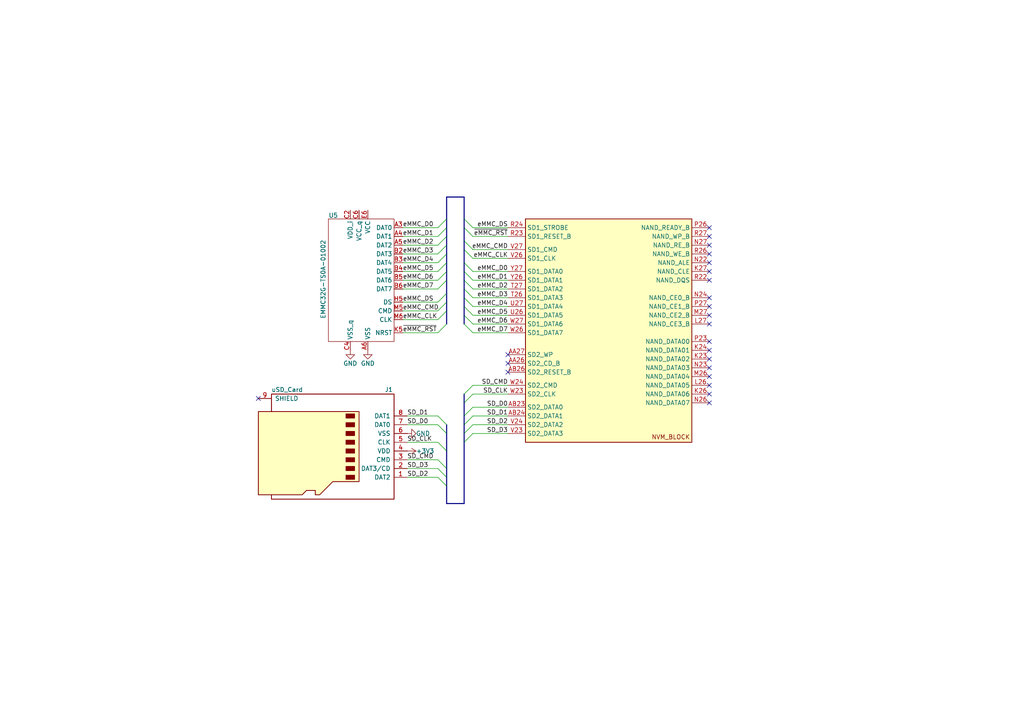
<source format=kicad_sch>
(kicad_sch (version 20250114) (generator "eeschema") (generator_version "9.0")
  (paper "A4")
  (no_connect (at 74.93 115.57))
  (no_connect (at 205.74 116.84))
  (no_connect (at 205.74 81.28))
  (no_connect (at 147.32 105.41))
  (no_connect (at 205.74 99.06))
  (no_connect (at 205.74 86.36))
  (no_connect (at 205.74 88.9))
  (no_connect (at 205.74 76.2))
  (no_connect (at 205.74 93.98))
  (no_connect (at 205.74 104.14))
  (no_connect (at 205.74 78.74))
  (no_connect (at 147.32 107.95))
  (no_connect (at 205.74 66.04))
  (no_connect (at 205.74 111.76))
  (no_connect (at 205.74 106.68))
  (no_connect (at 205.74 71.12))
  (no_connect (at 205.74 101.6))
  (no_connect (at 147.32 102.87))
  (no_connect (at 205.74 91.44))
  (no_connect (at 205.74 109.22))
  (no_connect (at 205.74 114.3))
  (no_connect (at 205.74 73.66))
  (no_connect (at 205.74 68.58))
  (bus_entry (at 137.16 96.52) (size -2.54 -2.54))
  (bus_entry (at 129.54 123.19) (size -2.54 -2.54))
  (bus_entry (at 127 92.71) (size 2.54 -2.54))
  (bus_entry (at 127 71.12) (size 2.54 -2.54))
  (bus_entry (at 134.62 114.3) (size 2.54 -2.54))
  (bus_entry (at 137.16 91.44) (size -2.54 -2.54))
  (bus_entry (at 137.16 72.39) (size -2.54 -2.54))
  (bus_entry (at 134.62 128.27) (size 2.54 -2.54))
  (bus_entry (at 129.54 135.89) (size -2.54 -2.54))
  (bus_entry (at 129.54 138.43) (size -2.54 -2.54))
  (bus_entry (at 127 87.63) (size 2.54 -2.54))
  (bus_entry (at 127 66.04) (size 2.54 -2.54))
  (bus_entry (at 137.16 78.74) (size -2.54 -2.54))
  (bus_entry (at 127 83.82) (size 2.54 -2.54))
  (bus_entry (at 134.62 120.65) (size 2.54 -2.54))
  (bus_entry (at 134.62 116.84) (size 2.54 -2.54))
  (bus_entry (at 129.54 125.73) (size -2.54 -2.54))
  (bus_entry (at 137.16 66.04) (size -2.54 -2.54))
  (bus_entry (at 137.16 86.36) (size -2.54 -2.54))
  (bus_entry (at 137.16 74.93) (size -2.54 -2.54))
  (bus_entry (at 137.16 88.9) (size -2.54 -2.54))
  (bus_entry (at 137.16 68.58) (size -2.54 -2.54))
  (bus_entry (at 134.62 125.73) (size 2.54 -2.54))
  (bus_entry (at 137.16 83.82) (size -2.54 -2.54))
  (bus_entry (at 127 96.52) (size 2.54 -2.54))
  (bus_entry (at 134.62 123.19) (size 2.54 -2.54))
  (bus_entry (at 127 73.66) (size 2.54 -2.54))
  (bus_entry (at 127 68.58) (size 2.54 -2.54))
  (bus_entry (at 137.16 93.98) (size -2.54 -2.54))
  (bus_entry (at 127 76.2) (size 2.54 -2.54))
  (bus_entry (at 127 81.28) (size 2.54 -2.54))
  (bus_entry (at 127 90.17) (size 2.54 -2.54))
  (bus_entry (at 129.54 130.81) (size -2.54 -2.54))
  (bus_entry (at 127 78.74) (size 2.54 -2.54))
  (bus_entry (at 129.54 140.97) (size -2.54 -2.54))
  (bus_entry (at 137.16 81.28) (size -2.54 -2.54))
  (wire (pts (xy 127 96.52) (xy 116.84 96.52)))
  (bus (pts (xy 134.62 72.39) (xy 134.62 69.85)))
  (wire (pts (xy 137.16 74.93) (xy 147.32 74.93)))
  (wire (pts (xy 137.16 66.04) (xy 147.32 66.04)))
  (wire (pts (xy 137.16 68.58) (xy 147.32 68.58)))
  (bus (pts (xy 134.62 125.73) (xy 134.62 128.27)))
  (bus (pts (xy 129.54 135.89) (xy 129.54 138.43)))
  (wire (pts (xy 118.11 128.27) (xy 127 128.27)))
  (bus (pts (xy 134.62 120.65) (xy 134.62 123.19)))
  (wire (pts (xy 127 83.82) (xy 116.84 83.82)))
  (wire (pts (xy 137.16 114.3) (xy 147.32 114.3)))
  (wire (pts (xy 137.16 96.52) (xy 147.32 96.52)))
  (bus (pts (xy 129.54 57.15) (xy 129.54 63.5)))
  (bus (pts (xy 134.62 114.3) (xy 134.62 116.84)))
  (wire (pts (xy 137.16 91.44) (xy 147.32 91.44)))
  (bus (pts (xy 134.62 69.85) (xy 134.62 66.04)))
  (bus (pts (xy 134.62 91.44) (xy 134.62 88.9)))
  (bus (pts (xy 129.54 76.2) (xy 129.54 78.74)))
  (wire (pts (xy 127 92.71) (xy 116.84 92.71)))
  (wire (pts (xy 127 81.28) (xy 116.84 81.28)))
  (wire (pts (xy 137.16 81.28) (xy 147.32 81.28)))
  (wire (pts (xy 137.16 111.76) (xy 147.32 111.76)))
  (bus (pts (xy 134.62 78.74) (xy 134.62 76.2)))
  (wire (pts (xy 127 76.2) (xy 116.84 76.2)))
  (wire (pts (xy 118.11 123.19) (xy 127 123.19)))
  (bus (pts (xy 134.62 88.9) (xy 134.62 86.36)))
  (wire (pts (xy 137.16 125.73) (xy 147.32 125.73)))
  (bus (pts (xy 134.62 57.15) (xy 129.54 57.15)))
  (wire (pts (xy 137.16 120.65) (xy 147.32 120.65)))
  (bus (pts (xy 134.62 83.82) (xy 134.62 81.28)))
  (bus (pts (xy 129.54 81.28) (xy 129.54 85.09)))
  (bus (pts (xy 129.54 125.73) (xy 129.54 130.81)))
  (bus (pts (xy 129.54 68.58) (xy 129.54 71.12)))
  (bus (pts (xy 134.62 81.28) (xy 134.62 78.74)))
  (bus (pts (xy 129.54 63.5) (xy 129.54 66.04)))
  (wire (pts (xy 137.16 86.36) (xy 147.32 86.36)))
  (wire (pts (xy 137.16 72.39) (xy 147.32 72.39)))
  (wire (pts (xy 127 66.04) (xy 116.84 66.04)))
  (wire (pts (xy 127 68.58) (xy 116.84 68.58)))
  (bus (pts (xy 134.62 128.27) (xy 134.62 146.05)))
  (wire (pts (xy 137.16 93.98) (xy 147.32 93.98)))
  (bus (pts (xy 134.62 123.19) (xy 134.62 125.73)))
  (wire (pts (xy 118.11 133.35) (xy 127 133.35)))
  (wire (pts (xy 137.16 83.82) (xy 147.32 83.82)))
  (wire (pts (xy 137.16 88.9) (xy 147.32 88.9)))
  (bus (pts (xy 129.54 78.74) (xy 129.54 81.28)))
  (wire (pts (xy 127 71.12) (xy 116.84 71.12)))
  (wire (pts (xy 118.11 138.43) (xy 127 138.43)))
  (bus (pts (xy 134.62 57.15) (xy 134.62 63.5)))
  (wire (pts (xy 127 73.66) (xy 116.84 73.66)))
  (bus (pts (xy 134.62 93.98) (xy 134.62 91.44)))
  (bus (pts (xy 129.54 66.04) (xy 129.54 68.58)))
  (wire (pts (xy 118.11 120.65) (xy 127 120.65)))
  (bus (pts (xy 134.62 146.05) (xy 129.54 146.05)))
  (wire (pts (xy 127 87.63) (xy 116.84 87.63)))
  (bus (pts (xy 129.54 140.97) (xy 129.54 146.05)))
  (wire (pts (xy 137.16 78.74) (xy 147.32 78.74)))
  (bus (pts (xy 129.54 123.19) (xy 129.54 125.73)))
  (bus (pts (xy 129.54 85.09) (xy 129.54 87.63)))
  (bus (pts (xy 134.62 66.04) (xy 134.62 63.5)))
  (bus (pts (xy 129.54 87.63) (xy 129.54 90.17)))
  (wire (pts (xy 137.16 118.11) (xy 147.32 118.11)))
  (wire (pts (xy 127 78.74) (xy 116.84 78.74)))
  (wire (pts (xy 118.11 135.89) (xy 127 135.89)))
  (bus (pts (xy 134.62 76.2) (xy 134.62 72.39)))
  (wire (pts (xy 127 90.17) (xy 116.84 90.17)))
  (bus (pts (xy 129.54 73.66) (xy 129.54 76.2)))
  (bus (pts (xy 129.54 130.81) (xy 129.54 135.89)))
  (bus (pts (xy 129.54 71.12) (xy 129.54 73.66)))
  (bus (pts (xy 134.62 116.84) (xy 134.62 120.65)))
  (bus (pts (xy 134.62 86.36) (xy 134.62 83.82)))
  (bus (pts (xy 129.54 138.43) (xy 129.54 140.97)))
  (bus (pts (xy 129.54 90.17) (xy 129.54 93.98)))
  (wire (pts (xy 137.16 123.19) (xy 147.32 123.19)))
  (label "eMMC_D1" (at 147.32 81.28 180))
  (label "eMMC_D2" (at 147.32 83.82 180))
  (label "eMMC_CLK" (at 116.84 92.71 0))
  (label "eMMC_D2" (at 116.84 71.12 0))
  (label "eMMC_D4" (at 147.32 88.9 180))
  (label "eMMC_DS" (at 116.84 87.63 0))
  (label "eMMC_D5" (at 147.32 91.44 180))
  (label "eMMC_D6" (at 147.32 93.98 180))
  (label "eMMC_D7" (at 147.32 96.52 180))
  (label "SD_D3" (at 118.11 135.89 0))
  (label "SD_D2" (at 147.32 123.19 180))
  (label "SD_D0" (at 118.11 123.19 0))
  (label "SD_D1" (at 147.32 120.65 180))
  (label "eMMC_D3" (at 116.84 73.66 0))
  (label "SD_CMD" (at 118.11 133.35 0))
  (label "eMMC_D7" (at 116.84 83.82 0))
  (label "~{eMMC_RST}" (at 116.84 96.52 0))
  (label "eMMC_D0" (at 147.32 78.74 180))
  (label "eMMC_CLK" (at 147.32 74.93 180))
  (label "SD_D3" (at 147.32 125.73 180))
  (label "SD_CLK" (at 147.32 114.3 180))
  (label "SD_CLK" (at 118.11 128.27 0))
  (label "eMMC_D6" (at 116.84 81.28 0))
  (label "SD_D0" (at 147.32 118.11 180))
  (label "~{eMMC_RST}" (at 147.32 68.58 180))
  (label "SD_D1" (at 118.11 120.65 0))
  (label "eMMC_D4" (at 116.84 76.2 0))
  (label "SD_D2" (at 118.11 138.43 0))
  (label "eMMC_DS" (at 147.32 66.04 180))
  (label "eMMC_CMD" (at 116.84 90.17 0))
  (label "SD_CMD" (at 147.32 111.76 180))
  (label "eMMC_D0" (at 116.84 66.04 0))
  (label "eMMC_D5" (at 116.84 78.74 0))
  (label "eMMC_D3" (at 147.32 86.36 180))
  (label "eMMC_CMD" (at 147.32 72.39 180))
  (label "eMMC_D1" (at 116.84 68.58 0))
  (symbol (lib_id "power:GND") (at 101.6 101.6 0) (mirror y) (unit 1)
    (property "Reference" "#PWR05" (effects (hide yes)))
    (property "Value" "GND" (at 101.6 105.41 0))
    (property "Description" "Power symbol creates a global label with name \"GND\" , ground" (effects (hide yes)))
  )
  (symbol (lib_id "power:+3V3") (at 118.11 130.81 270) (unit 1)
    (property "Reference" "#PWR08" (effects (hide yes)))
    (property "Value" "+3V3" (at 120.65 130.81 90) (effects (justify left)))
    (property "Description" "Power symbol creates a global label with name \"+3V3\"" (effects (hide yes)))
  )
  (symbol (lib_id "power:GND") (at 118.11 125.73 90) (mirror x) (unit 1)
    (property "Reference" "#PWR07" (effects (hide yes)))
    (property "Value" "GND" (at 122.682 125.73 90))
    (property "Description" "Power symbol creates a global label with name \"GND\" , ground" (effects (hide yes)))
  )
  (symbol (lib_id "Connector:Micro_SD_Card") (at 95.25 130.81 180) (unit 1)
    (property "Reference" "J1" (at 112.776 113.03 0))
    (property "Value" "uSD_Card" (at 83.312 113.03 0))
    (property "Datasheet" "https://www.we-online.com/components/products/datasheet/693072010801.pdf" (effects (hide yes)))
    (property "Description" "Micro SD Card Socket" (effects (hide yes)))
  )
  (symbol (lib_id "Marijn:EMMC32G-TS0A-01002") (at 104.14 63.5 0) (mirror y) (unit 1)
    (property "Reference" "U5" (at 98.044 62.484 0) (effects (justify left)))
    (property "Value" "EMMC32G-TS0A-01002" (at 93.726 92.456 90) (effects (justify left)))
    (property "Footprint" "Marijn:FBGA153_13x11.5x0.8" (effects (hide yes)))
    (property "Description" "eMMC eMMC 5.1 (HS400) 153B 32GB pSLC" (effects (hide yes)))
  )
  (symbol (lib_id "Marijn:MIMX8MM5DVTLZDA") (at 147.32 66.04 0) (unit 4)
    (property "Reference" "IC1" (effects (hide yes)))
    (property "Value" "MIMX8MM5DVTLZDA" (effects (hide yes)))
    (property "Footprint" "Marijn:BGA486" (effects (hide yes)))
    (property "Datasheet" "https://www.nxp.com/docs/en/data-sheet/IMX8MMCEC.pdf" (effects (hide yes)))
    (property "Description" "i.MX 8M Mini Quad, 1xPCI-e" (effects (hide yes)))
    (property "Height" "1.25" (effects (hide yes)))
    (property "mouser" "771-MIMX8MM6DVTLZAA" (effects (hide yes)))
  )
  (symbol (lib_id "power:GND") (at 106.68 101.6 0) (mirror y) (unit 1)
    (property "Reference" "#PWR06" (effects (hide yes)))
    (property "Value" "GND" (at 106.68 105.41 0))
    (property "Description" "Power symbol creates a global label with name \"GND\" , ground" (effects (hide yes)))
  )
)
</source>
